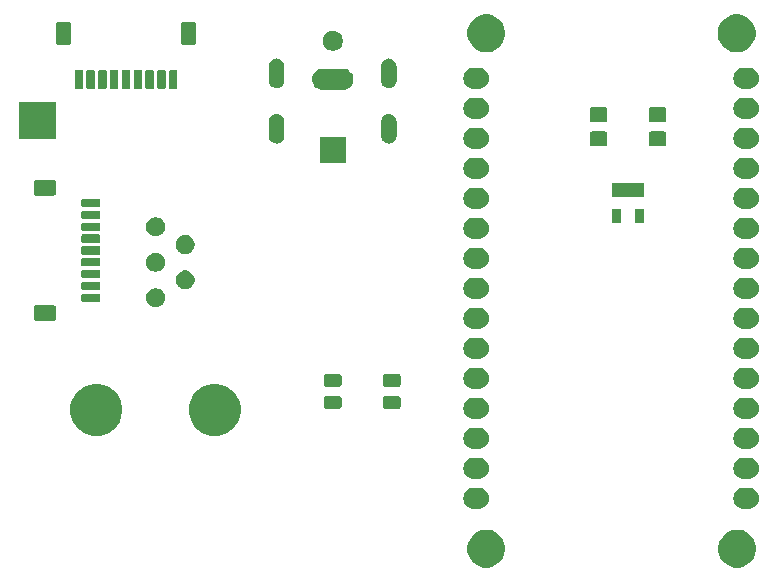
<source format=gbr>
G04 #@! TF.GenerationSoftware,KiCad,Pcbnew,5.1.5-52549c5~84~ubuntu18.04.1*
G04 #@! TF.CreationDate,2020-03-16T02:25:55+00:00*
G04 #@! TF.ProjectId,polariser_drive,706f6c61-7269-4736-9572-5f6472697665,rev?*
G04 #@! TF.SameCoordinates,Original*
G04 #@! TF.FileFunction,Soldermask,Top*
G04 #@! TF.FilePolarity,Negative*
%FSLAX46Y46*%
G04 Gerber Fmt 4.6, Leading zero omitted, Abs format (unit mm)*
G04 Created by KiCad (PCBNEW 5.1.5-52549c5~84~ubuntu18.04.1) date 2020-03-16 02:25:55*
%MOMM*%
%LPD*%
G04 APERTURE LIST*
%ADD10C,0.100000*%
G04 APERTURE END LIST*
D10*
G36*
X109716703Y-72711486D02*
G01*
X110007883Y-72832097D01*
X110269940Y-73007198D01*
X110492802Y-73230060D01*
X110667903Y-73492117D01*
X110788514Y-73783297D01*
X110850000Y-74092412D01*
X110850000Y-74407588D01*
X110788514Y-74716703D01*
X110667903Y-75007883D01*
X110492802Y-75269940D01*
X110269940Y-75492802D01*
X110007883Y-75667903D01*
X109716703Y-75788514D01*
X109407588Y-75850000D01*
X109092412Y-75850000D01*
X108783297Y-75788514D01*
X108492117Y-75667903D01*
X108230060Y-75492802D01*
X108007198Y-75269940D01*
X107832097Y-75007883D01*
X107711486Y-74716703D01*
X107650000Y-74407588D01*
X107650000Y-74092412D01*
X107711486Y-73783297D01*
X107832097Y-73492117D01*
X108007198Y-73230060D01*
X108230060Y-73007198D01*
X108492117Y-72832097D01*
X108783297Y-72711486D01*
X109092412Y-72650000D01*
X109407588Y-72650000D01*
X109716703Y-72711486D01*
G37*
G36*
X88466703Y-72711486D02*
G01*
X88757883Y-72832097D01*
X89019940Y-73007198D01*
X89242802Y-73230060D01*
X89417903Y-73492117D01*
X89538514Y-73783297D01*
X89600000Y-74092412D01*
X89600000Y-74407588D01*
X89538514Y-74716703D01*
X89417903Y-75007883D01*
X89242802Y-75269940D01*
X89019940Y-75492802D01*
X88757883Y-75667903D01*
X88466703Y-75788514D01*
X88157588Y-75850000D01*
X87842412Y-75850000D01*
X87533297Y-75788514D01*
X87242117Y-75667903D01*
X86980060Y-75492802D01*
X86757198Y-75269940D01*
X86582097Y-75007883D01*
X86461486Y-74716703D01*
X86400000Y-74407588D01*
X86400000Y-74092412D01*
X86461486Y-73783297D01*
X86582097Y-73492117D01*
X86757198Y-73230060D01*
X86980060Y-73007198D01*
X87242117Y-72832097D01*
X87533297Y-72711486D01*
X87842412Y-72650000D01*
X88157588Y-72650000D01*
X88466703Y-72711486D01*
G37*
G36*
X87471694Y-69098633D02*
G01*
X87644095Y-69150931D01*
X87802983Y-69235858D01*
X87942249Y-69350151D01*
X88056542Y-69489417D01*
X88141469Y-69648305D01*
X88193767Y-69820706D01*
X88211425Y-70000000D01*
X88193767Y-70179294D01*
X88141469Y-70351695D01*
X88056542Y-70510583D01*
X87942249Y-70649849D01*
X87802983Y-70764142D01*
X87644095Y-70849069D01*
X87471694Y-70901367D01*
X87337331Y-70914600D01*
X86942669Y-70914600D01*
X86808306Y-70901367D01*
X86635905Y-70849069D01*
X86477017Y-70764142D01*
X86337751Y-70649849D01*
X86223458Y-70510583D01*
X86138531Y-70351695D01*
X86086233Y-70179294D01*
X86068575Y-70000000D01*
X86086233Y-69820706D01*
X86138531Y-69648305D01*
X86223458Y-69489417D01*
X86337751Y-69350151D01*
X86477017Y-69235858D01*
X86635905Y-69150931D01*
X86808306Y-69098633D01*
X86942669Y-69085400D01*
X87337331Y-69085400D01*
X87471694Y-69098633D01*
G37*
G36*
X110331694Y-69098633D02*
G01*
X110504095Y-69150931D01*
X110662983Y-69235858D01*
X110802249Y-69350151D01*
X110916542Y-69489417D01*
X111001469Y-69648305D01*
X111053767Y-69820706D01*
X111071425Y-70000000D01*
X111053767Y-70179294D01*
X111001469Y-70351695D01*
X110916542Y-70510583D01*
X110802249Y-70649849D01*
X110662983Y-70764142D01*
X110504095Y-70849069D01*
X110331694Y-70901367D01*
X110197331Y-70914600D01*
X109802669Y-70914600D01*
X109668306Y-70901367D01*
X109495905Y-70849069D01*
X109337017Y-70764142D01*
X109197751Y-70649849D01*
X109083458Y-70510583D01*
X108998531Y-70351695D01*
X108946233Y-70179294D01*
X108928575Y-70000000D01*
X108946233Y-69820706D01*
X108998531Y-69648305D01*
X109083458Y-69489417D01*
X109197751Y-69350151D01*
X109337017Y-69235858D01*
X109495905Y-69150931D01*
X109668306Y-69098633D01*
X109802669Y-69085400D01*
X110197331Y-69085400D01*
X110331694Y-69098633D01*
G37*
G36*
X110331694Y-66558633D02*
G01*
X110504095Y-66610931D01*
X110662983Y-66695858D01*
X110802249Y-66810151D01*
X110916542Y-66949417D01*
X111001469Y-67108305D01*
X111053767Y-67280706D01*
X111071425Y-67460000D01*
X111053767Y-67639294D01*
X111001469Y-67811695D01*
X110916542Y-67970583D01*
X110802249Y-68109849D01*
X110662983Y-68224142D01*
X110504095Y-68309069D01*
X110331694Y-68361367D01*
X110197331Y-68374600D01*
X109802669Y-68374600D01*
X109668306Y-68361367D01*
X109495905Y-68309069D01*
X109337017Y-68224142D01*
X109197751Y-68109849D01*
X109083458Y-67970583D01*
X108998531Y-67811695D01*
X108946233Y-67639294D01*
X108928575Y-67460000D01*
X108946233Y-67280706D01*
X108998531Y-67108305D01*
X109083458Y-66949417D01*
X109197751Y-66810151D01*
X109337017Y-66695858D01*
X109495905Y-66610931D01*
X109668306Y-66558633D01*
X109802669Y-66545400D01*
X110197331Y-66545400D01*
X110331694Y-66558633D01*
G37*
G36*
X87471694Y-66558633D02*
G01*
X87644095Y-66610931D01*
X87802983Y-66695858D01*
X87942249Y-66810151D01*
X88056542Y-66949417D01*
X88141469Y-67108305D01*
X88193767Y-67280706D01*
X88211425Y-67460000D01*
X88193767Y-67639294D01*
X88141469Y-67811695D01*
X88056542Y-67970583D01*
X87942249Y-68109849D01*
X87802983Y-68224142D01*
X87644095Y-68309069D01*
X87471694Y-68361367D01*
X87337331Y-68374600D01*
X86942669Y-68374600D01*
X86808306Y-68361367D01*
X86635905Y-68309069D01*
X86477017Y-68224142D01*
X86337751Y-68109849D01*
X86223458Y-67970583D01*
X86138531Y-67811695D01*
X86086233Y-67639294D01*
X86068575Y-67460000D01*
X86086233Y-67280706D01*
X86138531Y-67108305D01*
X86223458Y-66949417D01*
X86337751Y-66810151D01*
X86477017Y-66695858D01*
X86635905Y-66610931D01*
X86808306Y-66558633D01*
X86942669Y-66545400D01*
X87337331Y-66545400D01*
X87471694Y-66558633D01*
G37*
G36*
X110331694Y-64018633D02*
G01*
X110504095Y-64070931D01*
X110662983Y-64155858D01*
X110802249Y-64270151D01*
X110916542Y-64409417D01*
X111001469Y-64568305D01*
X111053767Y-64740706D01*
X111071425Y-64920000D01*
X111053767Y-65099294D01*
X111001469Y-65271695D01*
X110916542Y-65430583D01*
X110802249Y-65569849D01*
X110662983Y-65684142D01*
X110504095Y-65769069D01*
X110331694Y-65821367D01*
X110197331Y-65834600D01*
X109802669Y-65834600D01*
X109668306Y-65821367D01*
X109495905Y-65769069D01*
X109337017Y-65684142D01*
X109197751Y-65569849D01*
X109083458Y-65430583D01*
X108998531Y-65271695D01*
X108946233Y-65099294D01*
X108928575Y-64920000D01*
X108946233Y-64740706D01*
X108998531Y-64568305D01*
X109083458Y-64409417D01*
X109197751Y-64270151D01*
X109337017Y-64155858D01*
X109495905Y-64070931D01*
X109668306Y-64018633D01*
X109802669Y-64005400D01*
X110197331Y-64005400D01*
X110331694Y-64018633D01*
G37*
G36*
X87471694Y-64018633D02*
G01*
X87644095Y-64070931D01*
X87802983Y-64155858D01*
X87942249Y-64270151D01*
X88056542Y-64409417D01*
X88141469Y-64568305D01*
X88193767Y-64740706D01*
X88211425Y-64920000D01*
X88193767Y-65099294D01*
X88141469Y-65271695D01*
X88056542Y-65430583D01*
X87942249Y-65569849D01*
X87802983Y-65684142D01*
X87644095Y-65769069D01*
X87471694Y-65821367D01*
X87337331Y-65834600D01*
X86942669Y-65834600D01*
X86808306Y-65821367D01*
X86635905Y-65769069D01*
X86477017Y-65684142D01*
X86337751Y-65569849D01*
X86223458Y-65430583D01*
X86138531Y-65271695D01*
X86086233Y-65099294D01*
X86068575Y-64920000D01*
X86086233Y-64740706D01*
X86138531Y-64568305D01*
X86223458Y-64409417D01*
X86337751Y-64270151D01*
X86477017Y-64155858D01*
X86635905Y-64070931D01*
X86808306Y-64018633D01*
X86942669Y-64005400D01*
X87337331Y-64005400D01*
X87471694Y-64018633D01*
G37*
G36*
X65642007Y-60383582D02*
G01*
X66042563Y-60549498D01*
X66042565Y-60549499D01*
X66403056Y-60790371D01*
X66709629Y-61096944D01*
X66910442Y-61397483D01*
X66950502Y-61457437D01*
X67116418Y-61857993D01*
X67201000Y-62283219D01*
X67201000Y-62716781D01*
X67116418Y-63142007D01*
X66950502Y-63542563D01*
X66950501Y-63542565D01*
X66709629Y-63903056D01*
X66403056Y-64209629D01*
X66042565Y-64450501D01*
X66042564Y-64450502D01*
X66042563Y-64450502D01*
X65642007Y-64616418D01*
X65216781Y-64701000D01*
X64783219Y-64701000D01*
X64357993Y-64616418D01*
X63957437Y-64450502D01*
X63957436Y-64450502D01*
X63957435Y-64450501D01*
X63596944Y-64209629D01*
X63290371Y-63903056D01*
X63049499Y-63542565D01*
X63049498Y-63542563D01*
X62883582Y-63142007D01*
X62799000Y-62716781D01*
X62799000Y-62283219D01*
X62883582Y-61857993D01*
X63049498Y-61457437D01*
X63089558Y-61397483D01*
X63290371Y-61096944D01*
X63596944Y-60790371D01*
X63957435Y-60549499D01*
X63957437Y-60549498D01*
X64357993Y-60383582D01*
X64783219Y-60299000D01*
X65216781Y-60299000D01*
X65642007Y-60383582D01*
G37*
G36*
X55642007Y-60383582D02*
G01*
X56042563Y-60549498D01*
X56042565Y-60549499D01*
X56403056Y-60790371D01*
X56709629Y-61096944D01*
X56910442Y-61397483D01*
X56950502Y-61457437D01*
X57116418Y-61857993D01*
X57201000Y-62283219D01*
X57201000Y-62716781D01*
X57116418Y-63142007D01*
X56950502Y-63542563D01*
X56950501Y-63542565D01*
X56709629Y-63903056D01*
X56403056Y-64209629D01*
X56042565Y-64450501D01*
X56042564Y-64450502D01*
X56042563Y-64450502D01*
X55642007Y-64616418D01*
X55216781Y-64701000D01*
X54783219Y-64701000D01*
X54357993Y-64616418D01*
X53957437Y-64450502D01*
X53957436Y-64450502D01*
X53957435Y-64450501D01*
X53596944Y-64209629D01*
X53290371Y-63903056D01*
X53049499Y-63542565D01*
X53049498Y-63542563D01*
X52883582Y-63142007D01*
X52799000Y-62716781D01*
X52799000Y-62283219D01*
X52883582Y-61857993D01*
X53049498Y-61457437D01*
X53089558Y-61397483D01*
X53290371Y-61096944D01*
X53596944Y-60790371D01*
X53957435Y-60549499D01*
X53957437Y-60549498D01*
X54357993Y-60383582D01*
X54783219Y-60299000D01*
X55216781Y-60299000D01*
X55642007Y-60383582D01*
G37*
G36*
X87471694Y-61478633D02*
G01*
X87644095Y-61530931D01*
X87802983Y-61615858D01*
X87942249Y-61730151D01*
X88056542Y-61869417D01*
X88141469Y-62028305D01*
X88193767Y-62200706D01*
X88211425Y-62380000D01*
X88193767Y-62559294D01*
X88141469Y-62731695D01*
X88056542Y-62890583D01*
X87942249Y-63029849D01*
X87802983Y-63144142D01*
X87644095Y-63229069D01*
X87471694Y-63281367D01*
X87337331Y-63294600D01*
X86942669Y-63294600D01*
X86808306Y-63281367D01*
X86635905Y-63229069D01*
X86477017Y-63144142D01*
X86337751Y-63029849D01*
X86223458Y-62890583D01*
X86138531Y-62731695D01*
X86086233Y-62559294D01*
X86068575Y-62380000D01*
X86086233Y-62200706D01*
X86138531Y-62028305D01*
X86223458Y-61869417D01*
X86337751Y-61730151D01*
X86477017Y-61615858D01*
X86635905Y-61530931D01*
X86808306Y-61478633D01*
X86942669Y-61465400D01*
X87337331Y-61465400D01*
X87471694Y-61478633D01*
G37*
G36*
X110331694Y-61478633D02*
G01*
X110504095Y-61530931D01*
X110662983Y-61615858D01*
X110802249Y-61730151D01*
X110916542Y-61869417D01*
X111001469Y-62028305D01*
X111053767Y-62200706D01*
X111071425Y-62380000D01*
X111053767Y-62559294D01*
X111001469Y-62731695D01*
X110916542Y-62890583D01*
X110802249Y-63029849D01*
X110662983Y-63144142D01*
X110504095Y-63229069D01*
X110331694Y-63281367D01*
X110197331Y-63294600D01*
X109802669Y-63294600D01*
X109668306Y-63281367D01*
X109495905Y-63229069D01*
X109337017Y-63144142D01*
X109197751Y-63029849D01*
X109083458Y-62890583D01*
X108998531Y-62731695D01*
X108946233Y-62559294D01*
X108928575Y-62380000D01*
X108946233Y-62200706D01*
X108998531Y-62028305D01*
X109083458Y-61869417D01*
X109197751Y-61730151D01*
X109337017Y-61615858D01*
X109495905Y-61530931D01*
X109668306Y-61478633D01*
X109802669Y-61465400D01*
X110197331Y-61465400D01*
X110331694Y-61478633D01*
G37*
G36*
X75584468Y-61341065D02*
G01*
X75623138Y-61352796D01*
X75658777Y-61371846D01*
X75690017Y-61397483D01*
X75715654Y-61428723D01*
X75734704Y-61464362D01*
X75746435Y-61503032D01*
X75751000Y-61549388D01*
X75751000Y-62200612D01*
X75746435Y-62246968D01*
X75734704Y-62285638D01*
X75715654Y-62321277D01*
X75690017Y-62352517D01*
X75658777Y-62378154D01*
X75623138Y-62397204D01*
X75584468Y-62408935D01*
X75538112Y-62413500D01*
X74461888Y-62413500D01*
X74415532Y-62408935D01*
X74376862Y-62397204D01*
X74341223Y-62378154D01*
X74309983Y-62352517D01*
X74284346Y-62321277D01*
X74265296Y-62285638D01*
X74253565Y-62246968D01*
X74249000Y-62200612D01*
X74249000Y-61549388D01*
X74253565Y-61503032D01*
X74265296Y-61464362D01*
X74284346Y-61428723D01*
X74309983Y-61397483D01*
X74341223Y-61371846D01*
X74376862Y-61352796D01*
X74415532Y-61341065D01*
X74461888Y-61336500D01*
X75538112Y-61336500D01*
X75584468Y-61341065D01*
G37*
G36*
X80584468Y-61341065D02*
G01*
X80623138Y-61352796D01*
X80658777Y-61371846D01*
X80690017Y-61397483D01*
X80715654Y-61428723D01*
X80734704Y-61464362D01*
X80746435Y-61503032D01*
X80751000Y-61549388D01*
X80751000Y-62200612D01*
X80746435Y-62246968D01*
X80734704Y-62285638D01*
X80715654Y-62321277D01*
X80690017Y-62352517D01*
X80658777Y-62378154D01*
X80623138Y-62397204D01*
X80584468Y-62408935D01*
X80538112Y-62413500D01*
X79461888Y-62413500D01*
X79415532Y-62408935D01*
X79376862Y-62397204D01*
X79341223Y-62378154D01*
X79309983Y-62352517D01*
X79284346Y-62321277D01*
X79265296Y-62285638D01*
X79253565Y-62246968D01*
X79249000Y-62200612D01*
X79249000Y-61549388D01*
X79253565Y-61503032D01*
X79265296Y-61464362D01*
X79284346Y-61428723D01*
X79309983Y-61397483D01*
X79341223Y-61371846D01*
X79376862Y-61352796D01*
X79415532Y-61341065D01*
X79461888Y-61336500D01*
X80538112Y-61336500D01*
X80584468Y-61341065D01*
G37*
G36*
X87471694Y-58938633D02*
G01*
X87644095Y-58990931D01*
X87802983Y-59075858D01*
X87942249Y-59190151D01*
X88056542Y-59329417D01*
X88141469Y-59488305D01*
X88193767Y-59660706D01*
X88211425Y-59840000D01*
X88193767Y-60019294D01*
X88141469Y-60191695D01*
X88056542Y-60350583D01*
X87942249Y-60489849D01*
X87802983Y-60604142D01*
X87644095Y-60689069D01*
X87471694Y-60741367D01*
X87337331Y-60754600D01*
X86942669Y-60754600D01*
X86808306Y-60741367D01*
X86635905Y-60689069D01*
X86477017Y-60604142D01*
X86337751Y-60489849D01*
X86223458Y-60350583D01*
X86138531Y-60191695D01*
X86086233Y-60019294D01*
X86068575Y-59840000D01*
X86086233Y-59660706D01*
X86138531Y-59488305D01*
X86223458Y-59329417D01*
X86337751Y-59190151D01*
X86477017Y-59075858D01*
X86635905Y-58990931D01*
X86808306Y-58938633D01*
X86942669Y-58925400D01*
X87337331Y-58925400D01*
X87471694Y-58938633D01*
G37*
G36*
X110331694Y-58938633D02*
G01*
X110504095Y-58990931D01*
X110662983Y-59075858D01*
X110802249Y-59190151D01*
X110916542Y-59329417D01*
X111001469Y-59488305D01*
X111053767Y-59660706D01*
X111071425Y-59840000D01*
X111053767Y-60019294D01*
X111001469Y-60191695D01*
X110916542Y-60350583D01*
X110802249Y-60489849D01*
X110662983Y-60604142D01*
X110504095Y-60689069D01*
X110331694Y-60741367D01*
X110197331Y-60754600D01*
X109802669Y-60754600D01*
X109668306Y-60741367D01*
X109495905Y-60689069D01*
X109337017Y-60604142D01*
X109197751Y-60489849D01*
X109083458Y-60350583D01*
X108998531Y-60191695D01*
X108946233Y-60019294D01*
X108928575Y-59840000D01*
X108946233Y-59660706D01*
X108998531Y-59488305D01*
X109083458Y-59329417D01*
X109197751Y-59190151D01*
X109337017Y-59075858D01*
X109495905Y-58990931D01*
X109668306Y-58938633D01*
X109802669Y-58925400D01*
X110197331Y-58925400D01*
X110331694Y-58938633D01*
G37*
G36*
X80584468Y-59466065D02*
G01*
X80623138Y-59477796D01*
X80658777Y-59496846D01*
X80690017Y-59522483D01*
X80715654Y-59553723D01*
X80734704Y-59589362D01*
X80746435Y-59628032D01*
X80751000Y-59674388D01*
X80751000Y-60325612D01*
X80746435Y-60371968D01*
X80734704Y-60410638D01*
X80715654Y-60446277D01*
X80690017Y-60477517D01*
X80658777Y-60503154D01*
X80623138Y-60522204D01*
X80584468Y-60533935D01*
X80538112Y-60538500D01*
X79461888Y-60538500D01*
X79415532Y-60533935D01*
X79376862Y-60522204D01*
X79341223Y-60503154D01*
X79309983Y-60477517D01*
X79284346Y-60446277D01*
X79265296Y-60410638D01*
X79253565Y-60371968D01*
X79249000Y-60325612D01*
X79249000Y-59674388D01*
X79253565Y-59628032D01*
X79265296Y-59589362D01*
X79284346Y-59553723D01*
X79309983Y-59522483D01*
X79341223Y-59496846D01*
X79376862Y-59477796D01*
X79415532Y-59466065D01*
X79461888Y-59461500D01*
X80538112Y-59461500D01*
X80584468Y-59466065D01*
G37*
G36*
X75584468Y-59466065D02*
G01*
X75623138Y-59477796D01*
X75658777Y-59496846D01*
X75690017Y-59522483D01*
X75715654Y-59553723D01*
X75734704Y-59589362D01*
X75746435Y-59628032D01*
X75751000Y-59674388D01*
X75751000Y-60325612D01*
X75746435Y-60371968D01*
X75734704Y-60410638D01*
X75715654Y-60446277D01*
X75690017Y-60477517D01*
X75658777Y-60503154D01*
X75623138Y-60522204D01*
X75584468Y-60533935D01*
X75538112Y-60538500D01*
X74461888Y-60538500D01*
X74415532Y-60533935D01*
X74376862Y-60522204D01*
X74341223Y-60503154D01*
X74309983Y-60477517D01*
X74284346Y-60446277D01*
X74265296Y-60410638D01*
X74253565Y-60371968D01*
X74249000Y-60325612D01*
X74249000Y-59674388D01*
X74253565Y-59628032D01*
X74265296Y-59589362D01*
X74284346Y-59553723D01*
X74309983Y-59522483D01*
X74341223Y-59496846D01*
X74376862Y-59477796D01*
X74415532Y-59466065D01*
X74461888Y-59461500D01*
X75538112Y-59461500D01*
X75584468Y-59466065D01*
G37*
G36*
X110331694Y-56398633D02*
G01*
X110504095Y-56450931D01*
X110662983Y-56535858D01*
X110802249Y-56650151D01*
X110916542Y-56789417D01*
X111001469Y-56948305D01*
X111053767Y-57120706D01*
X111071425Y-57300000D01*
X111053767Y-57479294D01*
X111001469Y-57651695D01*
X110916542Y-57810583D01*
X110802249Y-57949849D01*
X110662983Y-58064142D01*
X110504095Y-58149069D01*
X110331694Y-58201367D01*
X110197331Y-58214600D01*
X109802669Y-58214600D01*
X109668306Y-58201367D01*
X109495905Y-58149069D01*
X109337017Y-58064142D01*
X109197751Y-57949849D01*
X109083458Y-57810583D01*
X108998531Y-57651695D01*
X108946233Y-57479294D01*
X108928575Y-57300000D01*
X108946233Y-57120706D01*
X108998531Y-56948305D01*
X109083458Y-56789417D01*
X109197751Y-56650151D01*
X109337017Y-56535858D01*
X109495905Y-56450931D01*
X109668306Y-56398633D01*
X109802669Y-56385400D01*
X110197331Y-56385400D01*
X110331694Y-56398633D01*
G37*
G36*
X87471694Y-56398633D02*
G01*
X87644095Y-56450931D01*
X87802983Y-56535858D01*
X87942249Y-56650151D01*
X88056542Y-56789417D01*
X88141469Y-56948305D01*
X88193767Y-57120706D01*
X88211425Y-57300000D01*
X88193767Y-57479294D01*
X88141469Y-57651695D01*
X88056542Y-57810583D01*
X87942249Y-57949849D01*
X87802983Y-58064142D01*
X87644095Y-58149069D01*
X87471694Y-58201367D01*
X87337331Y-58214600D01*
X86942669Y-58214600D01*
X86808306Y-58201367D01*
X86635905Y-58149069D01*
X86477017Y-58064142D01*
X86337751Y-57949849D01*
X86223458Y-57810583D01*
X86138531Y-57651695D01*
X86086233Y-57479294D01*
X86068575Y-57300000D01*
X86086233Y-57120706D01*
X86138531Y-56948305D01*
X86223458Y-56789417D01*
X86337751Y-56650151D01*
X86477017Y-56535858D01*
X86635905Y-56450931D01*
X86808306Y-56398633D01*
X86942669Y-56385400D01*
X87337331Y-56385400D01*
X87471694Y-56398633D01*
G37*
G36*
X110331694Y-53858633D02*
G01*
X110504095Y-53910931D01*
X110662983Y-53995858D01*
X110802249Y-54110151D01*
X110916542Y-54249417D01*
X111001469Y-54408305D01*
X111053767Y-54580706D01*
X111071425Y-54760000D01*
X111053767Y-54939294D01*
X111001469Y-55111695D01*
X110916542Y-55270583D01*
X110802249Y-55409849D01*
X110662983Y-55524142D01*
X110504095Y-55609069D01*
X110331694Y-55661367D01*
X110197331Y-55674600D01*
X109802669Y-55674600D01*
X109668306Y-55661367D01*
X109495905Y-55609069D01*
X109337017Y-55524142D01*
X109197751Y-55409849D01*
X109083458Y-55270583D01*
X108998531Y-55111695D01*
X108946233Y-54939294D01*
X108928575Y-54760000D01*
X108946233Y-54580706D01*
X108998531Y-54408305D01*
X109083458Y-54249417D01*
X109197751Y-54110151D01*
X109337017Y-53995858D01*
X109495905Y-53910931D01*
X109668306Y-53858633D01*
X109802669Y-53845400D01*
X110197331Y-53845400D01*
X110331694Y-53858633D01*
G37*
G36*
X87471694Y-53858633D02*
G01*
X87644095Y-53910931D01*
X87802983Y-53995858D01*
X87942249Y-54110151D01*
X88056542Y-54249417D01*
X88141469Y-54408305D01*
X88193767Y-54580706D01*
X88211425Y-54760000D01*
X88193767Y-54939294D01*
X88141469Y-55111695D01*
X88056542Y-55270583D01*
X87942249Y-55409849D01*
X87802983Y-55524142D01*
X87644095Y-55609069D01*
X87471694Y-55661367D01*
X87337331Y-55674600D01*
X86942669Y-55674600D01*
X86808306Y-55661367D01*
X86635905Y-55609069D01*
X86477017Y-55524142D01*
X86337751Y-55409849D01*
X86223458Y-55270583D01*
X86138531Y-55111695D01*
X86086233Y-54939294D01*
X86068575Y-54760000D01*
X86086233Y-54580706D01*
X86138531Y-54408305D01*
X86223458Y-54249417D01*
X86337751Y-54110151D01*
X86477017Y-53995858D01*
X86635905Y-53910931D01*
X86808306Y-53858633D01*
X86942669Y-53845400D01*
X87337331Y-53845400D01*
X87471694Y-53858633D01*
G37*
G36*
X51416242Y-53653404D02*
G01*
X51453337Y-53664657D01*
X51487515Y-53682925D01*
X51517481Y-53707519D01*
X51542075Y-53737485D01*
X51560343Y-53771663D01*
X51571596Y-53808758D01*
X51576000Y-53853474D01*
X51576000Y-54746526D01*
X51571596Y-54791242D01*
X51560343Y-54828337D01*
X51542075Y-54862515D01*
X51517481Y-54892481D01*
X51487515Y-54917075D01*
X51453337Y-54935343D01*
X51416242Y-54946596D01*
X51371526Y-54951000D01*
X49878474Y-54951000D01*
X49833758Y-54946596D01*
X49796663Y-54935343D01*
X49762485Y-54917075D01*
X49732519Y-54892481D01*
X49707925Y-54862515D01*
X49689657Y-54828337D01*
X49678404Y-54791242D01*
X49674000Y-54746526D01*
X49674000Y-53853474D01*
X49678404Y-53808758D01*
X49689657Y-53771663D01*
X49707925Y-53737485D01*
X49732519Y-53707519D01*
X49762485Y-53682925D01*
X49796663Y-53664657D01*
X49833758Y-53653404D01*
X49878474Y-53649000D01*
X51371526Y-53649000D01*
X51416242Y-53653404D01*
G37*
G36*
X60233642Y-52229781D02*
G01*
X60379414Y-52290162D01*
X60379416Y-52290163D01*
X60510608Y-52377822D01*
X60622178Y-52489392D01*
X60677171Y-52571696D01*
X60709838Y-52620586D01*
X60770219Y-52766358D01*
X60801000Y-52921107D01*
X60801000Y-53078893D01*
X60770219Y-53233642D01*
X60709838Y-53379414D01*
X60709837Y-53379416D01*
X60622178Y-53510608D01*
X60510608Y-53622178D01*
X60379416Y-53709837D01*
X60379415Y-53709838D01*
X60379414Y-53709838D01*
X60233642Y-53770219D01*
X60078893Y-53801000D01*
X59921107Y-53801000D01*
X59766358Y-53770219D01*
X59620586Y-53709838D01*
X59620585Y-53709838D01*
X59620584Y-53709837D01*
X59489392Y-53622178D01*
X59377822Y-53510608D01*
X59290163Y-53379416D01*
X59290162Y-53379414D01*
X59229781Y-53233642D01*
X59199000Y-53078893D01*
X59199000Y-52921107D01*
X59229781Y-52766358D01*
X59290162Y-52620586D01*
X59322829Y-52571696D01*
X59377822Y-52489392D01*
X59489392Y-52377822D01*
X59620584Y-52290163D01*
X59620586Y-52290162D01*
X59766358Y-52229781D01*
X59921107Y-52199000D01*
X60078893Y-52199000D01*
X60233642Y-52229781D01*
G37*
G36*
X55234928Y-52651764D02*
G01*
X55256009Y-52658160D01*
X55275445Y-52668548D01*
X55292476Y-52682524D01*
X55306452Y-52699555D01*
X55316840Y-52718991D01*
X55323236Y-52740072D01*
X55326000Y-52768140D01*
X55326000Y-53231860D01*
X55323236Y-53259928D01*
X55316840Y-53281009D01*
X55306452Y-53300445D01*
X55292476Y-53317476D01*
X55275445Y-53331452D01*
X55256009Y-53341840D01*
X55234928Y-53348236D01*
X55206860Y-53351000D01*
X53843140Y-53351000D01*
X53815072Y-53348236D01*
X53793991Y-53341840D01*
X53774555Y-53331452D01*
X53757524Y-53317476D01*
X53743548Y-53300445D01*
X53733160Y-53281009D01*
X53726764Y-53259928D01*
X53724000Y-53231860D01*
X53724000Y-52768140D01*
X53726764Y-52740072D01*
X53733160Y-52718991D01*
X53743548Y-52699555D01*
X53757524Y-52682524D01*
X53774555Y-52668548D01*
X53793991Y-52658160D01*
X53815072Y-52651764D01*
X53843140Y-52649000D01*
X55206860Y-52649000D01*
X55234928Y-52651764D01*
G37*
G36*
X87471694Y-51318633D02*
G01*
X87644095Y-51370931D01*
X87802983Y-51455858D01*
X87942249Y-51570151D01*
X88056542Y-51709417D01*
X88141469Y-51868305D01*
X88193767Y-52040706D01*
X88211425Y-52220000D01*
X88193767Y-52399294D01*
X88141469Y-52571695D01*
X88056542Y-52730583D01*
X87942249Y-52869849D01*
X87802983Y-52984142D01*
X87644095Y-53069069D01*
X87471694Y-53121367D01*
X87337331Y-53134600D01*
X86942669Y-53134600D01*
X86808306Y-53121367D01*
X86635905Y-53069069D01*
X86477017Y-52984142D01*
X86337751Y-52869849D01*
X86223458Y-52730583D01*
X86138531Y-52571695D01*
X86086233Y-52399294D01*
X86068575Y-52220000D01*
X86086233Y-52040706D01*
X86138531Y-51868305D01*
X86223458Y-51709417D01*
X86337751Y-51570151D01*
X86477017Y-51455858D01*
X86635905Y-51370931D01*
X86808306Y-51318633D01*
X86942669Y-51305400D01*
X87337331Y-51305400D01*
X87471694Y-51318633D01*
G37*
G36*
X110331694Y-51318633D02*
G01*
X110504095Y-51370931D01*
X110662983Y-51455858D01*
X110802249Y-51570151D01*
X110916542Y-51709417D01*
X111001469Y-51868305D01*
X111053767Y-52040706D01*
X111071425Y-52220000D01*
X111053767Y-52399294D01*
X111001469Y-52571695D01*
X110916542Y-52730583D01*
X110802249Y-52869849D01*
X110662983Y-52984142D01*
X110504095Y-53069069D01*
X110331694Y-53121367D01*
X110197331Y-53134600D01*
X109802669Y-53134600D01*
X109668306Y-53121367D01*
X109495905Y-53069069D01*
X109337017Y-52984142D01*
X109197751Y-52869849D01*
X109083458Y-52730583D01*
X108998531Y-52571695D01*
X108946233Y-52399294D01*
X108928575Y-52220000D01*
X108946233Y-52040706D01*
X108998531Y-51868305D01*
X109083458Y-51709417D01*
X109197751Y-51570151D01*
X109337017Y-51455858D01*
X109495905Y-51370931D01*
X109668306Y-51318633D01*
X109802669Y-51305400D01*
X110197331Y-51305400D01*
X110331694Y-51318633D01*
G37*
G36*
X55234928Y-51651764D02*
G01*
X55256009Y-51658160D01*
X55275445Y-51668548D01*
X55292476Y-51682524D01*
X55306452Y-51699555D01*
X55316840Y-51718991D01*
X55323236Y-51740072D01*
X55326000Y-51768140D01*
X55326000Y-52231860D01*
X55323236Y-52259928D01*
X55316840Y-52281009D01*
X55306452Y-52300445D01*
X55292476Y-52317476D01*
X55275445Y-52331452D01*
X55256009Y-52341840D01*
X55234928Y-52348236D01*
X55206860Y-52351000D01*
X53843140Y-52351000D01*
X53815072Y-52348236D01*
X53793991Y-52341840D01*
X53774555Y-52331452D01*
X53757524Y-52317476D01*
X53743548Y-52300445D01*
X53733160Y-52281009D01*
X53726764Y-52259928D01*
X53724000Y-52231860D01*
X53724000Y-51768140D01*
X53726764Y-51740072D01*
X53733160Y-51718991D01*
X53743548Y-51699555D01*
X53757524Y-51682524D01*
X53774555Y-51668548D01*
X53793991Y-51658160D01*
X53815072Y-51651764D01*
X53843140Y-51649000D01*
X55206860Y-51649000D01*
X55234928Y-51651764D01*
G37*
G36*
X62733642Y-50729781D02*
G01*
X62879414Y-50790162D01*
X62879416Y-50790163D01*
X63010608Y-50877822D01*
X63122178Y-50989392D01*
X63209837Y-51120584D01*
X63209838Y-51120586D01*
X63270219Y-51266358D01*
X63301000Y-51421107D01*
X63301000Y-51578893D01*
X63270219Y-51733642D01*
X63209838Y-51879414D01*
X63209837Y-51879416D01*
X63122178Y-52010608D01*
X63010608Y-52122178D01*
X62879416Y-52209837D01*
X62879415Y-52209838D01*
X62879414Y-52209838D01*
X62733642Y-52270219D01*
X62578893Y-52301000D01*
X62421107Y-52301000D01*
X62266358Y-52270219D01*
X62120586Y-52209838D01*
X62120585Y-52209838D01*
X62120584Y-52209837D01*
X61989392Y-52122178D01*
X61877822Y-52010608D01*
X61790163Y-51879416D01*
X61790162Y-51879414D01*
X61729781Y-51733642D01*
X61699000Y-51578893D01*
X61699000Y-51421107D01*
X61729781Y-51266358D01*
X61790162Y-51120586D01*
X61790163Y-51120584D01*
X61877822Y-50989392D01*
X61989392Y-50877822D01*
X62120584Y-50790163D01*
X62120586Y-50790162D01*
X62266358Y-50729781D01*
X62421107Y-50699000D01*
X62578893Y-50699000D01*
X62733642Y-50729781D01*
G37*
G36*
X55234928Y-50651764D02*
G01*
X55256009Y-50658160D01*
X55275445Y-50668548D01*
X55292476Y-50682524D01*
X55306452Y-50699555D01*
X55316840Y-50718991D01*
X55323236Y-50740072D01*
X55326000Y-50768140D01*
X55326000Y-51231860D01*
X55323236Y-51259928D01*
X55316840Y-51281009D01*
X55306452Y-51300445D01*
X55292476Y-51317476D01*
X55275445Y-51331452D01*
X55256009Y-51341840D01*
X55234928Y-51348236D01*
X55206860Y-51351000D01*
X53843140Y-51351000D01*
X53815072Y-51348236D01*
X53793991Y-51341840D01*
X53774555Y-51331452D01*
X53757524Y-51317476D01*
X53743548Y-51300445D01*
X53733160Y-51281009D01*
X53726764Y-51259928D01*
X53724000Y-51231860D01*
X53724000Y-50768140D01*
X53726764Y-50740072D01*
X53733160Y-50718991D01*
X53743548Y-50699555D01*
X53757524Y-50682524D01*
X53774555Y-50668548D01*
X53793991Y-50658160D01*
X53815072Y-50651764D01*
X53843140Y-50649000D01*
X55206860Y-50649000D01*
X55234928Y-50651764D01*
G37*
G36*
X60233642Y-49229781D02*
G01*
X60379414Y-49290162D01*
X60379416Y-49290163D01*
X60510608Y-49377822D01*
X60622178Y-49489392D01*
X60629738Y-49500707D01*
X60709838Y-49620586D01*
X60770219Y-49766358D01*
X60801000Y-49921107D01*
X60801000Y-50078893D01*
X60770219Y-50233642D01*
X60709838Y-50379414D01*
X60709837Y-50379416D01*
X60622178Y-50510608D01*
X60510608Y-50622178D01*
X60379416Y-50709837D01*
X60379415Y-50709838D01*
X60379414Y-50709838D01*
X60233642Y-50770219D01*
X60078893Y-50801000D01*
X59921107Y-50801000D01*
X59766358Y-50770219D01*
X59620586Y-50709838D01*
X59620585Y-50709838D01*
X59620584Y-50709837D01*
X59489392Y-50622178D01*
X59377822Y-50510608D01*
X59290163Y-50379416D01*
X59290162Y-50379414D01*
X59229781Y-50233642D01*
X59199000Y-50078893D01*
X59199000Y-49921107D01*
X59229781Y-49766358D01*
X59290162Y-49620586D01*
X59370262Y-49500707D01*
X59377822Y-49489392D01*
X59489392Y-49377822D01*
X59620584Y-49290163D01*
X59620586Y-49290162D01*
X59766358Y-49229781D01*
X59921107Y-49199000D01*
X60078893Y-49199000D01*
X60233642Y-49229781D01*
G37*
G36*
X110331694Y-48778633D02*
G01*
X110504095Y-48830931D01*
X110662983Y-48915858D01*
X110802249Y-49030151D01*
X110916542Y-49169417D01*
X111001469Y-49328305D01*
X111053767Y-49500706D01*
X111071425Y-49680000D01*
X111053767Y-49859294D01*
X111001469Y-50031695D01*
X110916542Y-50190583D01*
X110802249Y-50329849D01*
X110662983Y-50444142D01*
X110504095Y-50529069D01*
X110331694Y-50581367D01*
X110197331Y-50594600D01*
X109802669Y-50594600D01*
X109668306Y-50581367D01*
X109495905Y-50529069D01*
X109337017Y-50444142D01*
X109197751Y-50329849D01*
X109083458Y-50190583D01*
X108998531Y-50031695D01*
X108946233Y-49859294D01*
X108928575Y-49680000D01*
X108946233Y-49500706D01*
X108998531Y-49328305D01*
X109083458Y-49169417D01*
X109197751Y-49030151D01*
X109337017Y-48915858D01*
X109495905Y-48830931D01*
X109668306Y-48778633D01*
X109802669Y-48765400D01*
X110197331Y-48765400D01*
X110331694Y-48778633D01*
G37*
G36*
X87471694Y-48778633D02*
G01*
X87644095Y-48830931D01*
X87802983Y-48915858D01*
X87942249Y-49030151D01*
X88056542Y-49169417D01*
X88141469Y-49328305D01*
X88193767Y-49500706D01*
X88211425Y-49680000D01*
X88193767Y-49859294D01*
X88141469Y-50031695D01*
X88056542Y-50190583D01*
X87942249Y-50329849D01*
X87802983Y-50444142D01*
X87644095Y-50529069D01*
X87471694Y-50581367D01*
X87337331Y-50594600D01*
X86942669Y-50594600D01*
X86808306Y-50581367D01*
X86635905Y-50529069D01*
X86477017Y-50444142D01*
X86337751Y-50329849D01*
X86223458Y-50190583D01*
X86138531Y-50031695D01*
X86086233Y-49859294D01*
X86068575Y-49680000D01*
X86086233Y-49500706D01*
X86138531Y-49328305D01*
X86223458Y-49169417D01*
X86337751Y-49030151D01*
X86477017Y-48915858D01*
X86635905Y-48830931D01*
X86808306Y-48778633D01*
X86942669Y-48765400D01*
X87337331Y-48765400D01*
X87471694Y-48778633D01*
G37*
G36*
X55234928Y-49651764D02*
G01*
X55256009Y-49658160D01*
X55275445Y-49668548D01*
X55292476Y-49682524D01*
X55306452Y-49699555D01*
X55316840Y-49718991D01*
X55323236Y-49740072D01*
X55326000Y-49768140D01*
X55326000Y-50231860D01*
X55323236Y-50259928D01*
X55316840Y-50281009D01*
X55306452Y-50300445D01*
X55292476Y-50317476D01*
X55275445Y-50331452D01*
X55256009Y-50341840D01*
X55234928Y-50348236D01*
X55206860Y-50351000D01*
X53843140Y-50351000D01*
X53815072Y-50348236D01*
X53793991Y-50341840D01*
X53774555Y-50331452D01*
X53757524Y-50317476D01*
X53743548Y-50300445D01*
X53733160Y-50281009D01*
X53726764Y-50259928D01*
X53724000Y-50231860D01*
X53724000Y-49768140D01*
X53726764Y-49740072D01*
X53733160Y-49718991D01*
X53743548Y-49699555D01*
X53757524Y-49682524D01*
X53774555Y-49668548D01*
X53793991Y-49658160D01*
X53815072Y-49651764D01*
X53843140Y-49649000D01*
X55206860Y-49649000D01*
X55234928Y-49651764D01*
G37*
G36*
X55234928Y-48651764D02*
G01*
X55256009Y-48658160D01*
X55275445Y-48668548D01*
X55292476Y-48682524D01*
X55306452Y-48699555D01*
X55316840Y-48718991D01*
X55323236Y-48740072D01*
X55326000Y-48768140D01*
X55326000Y-49231860D01*
X55323236Y-49259928D01*
X55316840Y-49281009D01*
X55306452Y-49300445D01*
X55292476Y-49317476D01*
X55275445Y-49331452D01*
X55256009Y-49341840D01*
X55234928Y-49348236D01*
X55206860Y-49351000D01*
X53843140Y-49351000D01*
X53815072Y-49348236D01*
X53793991Y-49341840D01*
X53774555Y-49331452D01*
X53757524Y-49317476D01*
X53743548Y-49300445D01*
X53733160Y-49281009D01*
X53726764Y-49259928D01*
X53724000Y-49231860D01*
X53724000Y-48768140D01*
X53726764Y-48740072D01*
X53733160Y-48718991D01*
X53743548Y-48699555D01*
X53757524Y-48682524D01*
X53774555Y-48668548D01*
X53793991Y-48658160D01*
X53815072Y-48651764D01*
X53843140Y-48649000D01*
X55206860Y-48649000D01*
X55234928Y-48651764D01*
G37*
G36*
X62733642Y-47729781D02*
G01*
X62878658Y-47789849D01*
X62879416Y-47790163D01*
X63010608Y-47877822D01*
X63122178Y-47989392D01*
X63156906Y-48041367D01*
X63209838Y-48120586D01*
X63270219Y-48266358D01*
X63301000Y-48421107D01*
X63301000Y-48578893D01*
X63270219Y-48733642D01*
X63246766Y-48790262D01*
X63209837Y-48879416D01*
X63122178Y-49010608D01*
X63010608Y-49122178D01*
X62879416Y-49209837D01*
X62879415Y-49209838D01*
X62879414Y-49209838D01*
X62733642Y-49270219D01*
X62578893Y-49301000D01*
X62421107Y-49301000D01*
X62266358Y-49270219D01*
X62120586Y-49209838D01*
X62120585Y-49209838D01*
X62120584Y-49209837D01*
X61989392Y-49122178D01*
X61877822Y-49010608D01*
X61790163Y-48879416D01*
X61753234Y-48790262D01*
X61729781Y-48733642D01*
X61699000Y-48578893D01*
X61699000Y-48421107D01*
X61729781Y-48266358D01*
X61790162Y-48120586D01*
X61843094Y-48041367D01*
X61877822Y-47989392D01*
X61989392Y-47877822D01*
X62120584Y-47790163D01*
X62121342Y-47789849D01*
X62266358Y-47729781D01*
X62421107Y-47699000D01*
X62578893Y-47699000D01*
X62733642Y-47729781D01*
G37*
G36*
X55234928Y-47651764D02*
G01*
X55256009Y-47658160D01*
X55275445Y-47668548D01*
X55292476Y-47682524D01*
X55306452Y-47699555D01*
X55316840Y-47718991D01*
X55323236Y-47740072D01*
X55326000Y-47768140D01*
X55326000Y-48231860D01*
X55323236Y-48259928D01*
X55316840Y-48281009D01*
X55306452Y-48300445D01*
X55292476Y-48317476D01*
X55275445Y-48331452D01*
X55256009Y-48341840D01*
X55234928Y-48348236D01*
X55206860Y-48351000D01*
X53843140Y-48351000D01*
X53815072Y-48348236D01*
X53793991Y-48341840D01*
X53774555Y-48331452D01*
X53757524Y-48317476D01*
X53743548Y-48300445D01*
X53733160Y-48281009D01*
X53726764Y-48259928D01*
X53724000Y-48231860D01*
X53724000Y-47768140D01*
X53726764Y-47740072D01*
X53733160Y-47718991D01*
X53743548Y-47699555D01*
X53757524Y-47682524D01*
X53774555Y-47668548D01*
X53793991Y-47658160D01*
X53815072Y-47651764D01*
X53843140Y-47649000D01*
X55206860Y-47649000D01*
X55234928Y-47651764D01*
G37*
G36*
X110331694Y-46238633D02*
G01*
X110504095Y-46290931D01*
X110662983Y-46375858D01*
X110802249Y-46490151D01*
X110916542Y-46629417D01*
X111001469Y-46788305D01*
X111053767Y-46960706D01*
X111071425Y-47140000D01*
X111053767Y-47319294D01*
X111001469Y-47491695D01*
X110916542Y-47650583D01*
X110802249Y-47789849D01*
X110662983Y-47904142D01*
X110504095Y-47989069D01*
X110331694Y-48041367D01*
X110197331Y-48054600D01*
X109802669Y-48054600D01*
X109668306Y-48041367D01*
X109495905Y-47989069D01*
X109337017Y-47904142D01*
X109197751Y-47789849D01*
X109083458Y-47650583D01*
X108998531Y-47491695D01*
X108946233Y-47319294D01*
X108928575Y-47140000D01*
X108946233Y-46960706D01*
X108998531Y-46788305D01*
X109083458Y-46629417D01*
X109197751Y-46490151D01*
X109337017Y-46375858D01*
X109495905Y-46290931D01*
X109668306Y-46238633D01*
X109802669Y-46225400D01*
X110197331Y-46225400D01*
X110331694Y-46238633D01*
G37*
G36*
X87471694Y-46238633D02*
G01*
X87644095Y-46290931D01*
X87802983Y-46375858D01*
X87942249Y-46490151D01*
X88056542Y-46629417D01*
X88141469Y-46788305D01*
X88193767Y-46960706D01*
X88211425Y-47140000D01*
X88193767Y-47319294D01*
X88141469Y-47491695D01*
X88056542Y-47650583D01*
X87942249Y-47789849D01*
X87802983Y-47904142D01*
X87644095Y-47989069D01*
X87471694Y-48041367D01*
X87337331Y-48054600D01*
X86942669Y-48054600D01*
X86808306Y-48041367D01*
X86635905Y-47989069D01*
X86477017Y-47904142D01*
X86337751Y-47789849D01*
X86223458Y-47650583D01*
X86138531Y-47491695D01*
X86086233Y-47319294D01*
X86068575Y-47140000D01*
X86086233Y-46960706D01*
X86138531Y-46788305D01*
X86223458Y-46629417D01*
X86337751Y-46490151D01*
X86477017Y-46375858D01*
X86635905Y-46290931D01*
X86808306Y-46238633D01*
X86942669Y-46225400D01*
X87337331Y-46225400D01*
X87471694Y-46238633D01*
G37*
G36*
X60233642Y-46229781D02*
G01*
X60379414Y-46290162D01*
X60379416Y-46290163D01*
X60510608Y-46377822D01*
X60622178Y-46489392D01*
X60709837Y-46620584D01*
X60709838Y-46620586D01*
X60770219Y-46766358D01*
X60801000Y-46921107D01*
X60801000Y-47078893D01*
X60770219Y-47233642D01*
X60709838Y-47379414D01*
X60709837Y-47379416D01*
X60622178Y-47510608D01*
X60510608Y-47622178D01*
X60379416Y-47709837D01*
X60379415Y-47709838D01*
X60379414Y-47709838D01*
X60233642Y-47770219D01*
X60078893Y-47801000D01*
X59921107Y-47801000D01*
X59766358Y-47770219D01*
X59620586Y-47709838D01*
X59620585Y-47709838D01*
X59620584Y-47709837D01*
X59489392Y-47622178D01*
X59377822Y-47510608D01*
X59290163Y-47379416D01*
X59290162Y-47379414D01*
X59229781Y-47233642D01*
X59199000Y-47078893D01*
X59199000Y-46921107D01*
X59229781Y-46766358D01*
X59290162Y-46620586D01*
X59290163Y-46620584D01*
X59377822Y-46489392D01*
X59489392Y-46377822D01*
X59620584Y-46290163D01*
X59620586Y-46290162D01*
X59766358Y-46229781D01*
X59921107Y-46199000D01*
X60078893Y-46199000D01*
X60233642Y-46229781D01*
G37*
G36*
X55234928Y-46651764D02*
G01*
X55256009Y-46658160D01*
X55275445Y-46668548D01*
X55292476Y-46682524D01*
X55306452Y-46699555D01*
X55316840Y-46718991D01*
X55323236Y-46740072D01*
X55326000Y-46768140D01*
X55326000Y-47231860D01*
X55323236Y-47259928D01*
X55316840Y-47281009D01*
X55306452Y-47300445D01*
X55292476Y-47317476D01*
X55275445Y-47331452D01*
X55256009Y-47341840D01*
X55234928Y-47348236D01*
X55206860Y-47351000D01*
X53843140Y-47351000D01*
X53815072Y-47348236D01*
X53793991Y-47341840D01*
X53774555Y-47331452D01*
X53757524Y-47317476D01*
X53743548Y-47300445D01*
X53733160Y-47281009D01*
X53726764Y-47259928D01*
X53724000Y-47231860D01*
X53724000Y-46768140D01*
X53726764Y-46740072D01*
X53733160Y-46718991D01*
X53743548Y-46699555D01*
X53757524Y-46682524D01*
X53774555Y-46668548D01*
X53793991Y-46658160D01*
X53815072Y-46651764D01*
X53843140Y-46649000D01*
X55206860Y-46649000D01*
X55234928Y-46651764D01*
G37*
G36*
X101326000Y-46681000D02*
G01*
X100574000Y-46681000D01*
X100574000Y-45519000D01*
X101326000Y-45519000D01*
X101326000Y-46681000D01*
G37*
G36*
X99426000Y-46681000D02*
G01*
X98674000Y-46681000D01*
X98674000Y-45519000D01*
X99426000Y-45519000D01*
X99426000Y-46681000D01*
G37*
G36*
X55234928Y-45651764D02*
G01*
X55256009Y-45658160D01*
X55275445Y-45668548D01*
X55292476Y-45682524D01*
X55306452Y-45699555D01*
X55316840Y-45718991D01*
X55323236Y-45740072D01*
X55326000Y-45768140D01*
X55326000Y-46231860D01*
X55323236Y-46259928D01*
X55316840Y-46281009D01*
X55306452Y-46300445D01*
X55292476Y-46317476D01*
X55275445Y-46331452D01*
X55256009Y-46341840D01*
X55234928Y-46348236D01*
X55206860Y-46351000D01*
X53843140Y-46351000D01*
X53815072Y-46348236D01*
X53793991Y-46341840D01*
X53774555Y-46331452D01*
X53757524Y-46317476D01*
X53743548Y-46300445D01*
X53733160Y-46281009D01*
X53726764Y-46259928D01*
X53724000Y-46231860D01*
X53724000Y-45768140D01*
X53726764Y-45740072D01*
X53733160Y-45718991D01*
X53743548Y-45699555D01*
X53757524Y-45682524D01*
X53774555Y-45668548D01*
X53793991Y-45658160D01*
X53815072Y-45651764D01*
X53843140Y-45649000D01*
X55206860Y-45649000D01*
X55234928Y-45651764D01*
G37*
G36*
X87471694Y-43698633D02*
G01*
X87644095Y-43750931D01*
X87802983Y-43835858D01*
X87942249Y-43950151D01*
X88056542Y-44089417D01*
X88141469Y-44248305D01*
X88193767Y-44420706D01*
X88211425Y-44600000D01*
X88193767Y-44779294D01*
X88141469Y-44951695D01*
X88056542Y-45110583D01*
X87942249Y-45249849D01*
X87802983Y-45364142D01*
X87644095Y-45449069D01*
X87471694Y-45501367D01*
X87337331Y-45514600D01*
X86942669Y-45514600D01*
X86808306Y-45501367D01*
X86635905Y-45449069D01*
X86477017Y-45364142D01*
X86337751Y-45249849D01*
X86223458Y-45110583D01*
X86138531Y-44951695D01*
X86086233Y-44779294D01*
X86068575Y-44600000D01*
X86086233Y-44420706D01*
X86138531Y-44248305D01*
X86223458Y-44089417D01*
X86337751Y-43950151D01*
X86477017Y-43835858D01*
X86635905Y-43750931D01*
X86808306Y-43698633D01*
X86942669Y-43685400D01*
X87337331Y-43685400D01*
X87471694Y-43698633D01*
G37*
G36*
X110331694Y-43698633D02*
G01*
X110504095Y-43750931D01*
X110662983Y-43835858D01*
X110802249Y-43950151D01*
X110916542Y-44089417D01*
X111001469Y-44248305D01*
X111053767Y-44420706D01*
X111071425Y-44600000D01*
X111053767Y-44779294D01*
X111001469Y-44951695D01*
X110916542Y-45110583D01*
X110802249Y-45249849D01*
X110662983Y-45364142D01*
X110504095Y-45449069D01*
X110331694Y-45501367D01*
X110197331Y-45514600D01*
X109802669Y-45514600D01*
X109668306Y-45501367D01*
X109495905Y-45449069D01*
X109337017Y-45364142D01*
X109197751Y-45249849D01*
X109083458Y-45110583D01*
X108998531Y-44951695D01*
X108946233Y-44779294D01*
X108928575Y-44600000D01*
X108946233Y-44420706D01*
X108998531Y-44248305D01*
X109083458Y-44089417D01*
X109197751Y-43950151D01*
X109337017Y-43835858D01*
X109495905Y-43750931D01*
X109668306Y-43698633D01*
X109802669Y-43685400D01*
X110197331Y-43685400D01*
X110331694Y-43698633D01*
G37*
G36*
X55234928Y-44651764D02*
G01*
X55256009Y-44658160D01*
X55275445Y-44668548D01*
X55292476Y-44682524D01*
X55306452Y-44699555D01*
X55316840Y-44718991D01*
X55323236Y-44740072D01*
X55326000Y-44768140D01*
X55326000Y-45231860D01*
X55323236Y-45259928D01*
X55316840Y-45281009D01*
X55306452Y-45300445D01*
X55292476Y-45317476D01*
X55275445Y-45331452D01*
X55256009Y-45341840D01*
X55234928Y-45348236D01*
X55206860Y-45351000D01*
X53843140Y-45351000D01*
X53815072Y-45348236D01*
X53793991Y-45341840D01*
X53774555Y-45331452D01*
X53757524Y-45317476D01*
X53743548Y-45300445D01*
X53733160Y-45281009D01*
X53726764Y-45259928D01*
X53724000Y-45231860D01*
X53724000Y-44768140D01*
X53726764Y-44740072D01*
X53733160Y-44718991D01*
X53743548Y-44699555D01*
X53757524Y-44682524D01*
X53774555Y-44668548D01*
X53793991Y-44658160D01*
X53815072Y-44651764D01*
X53843140Y-44649000D01*
X55206860Y-44649000D01*
X55234928Y-44651764D01*
G37*
G36*
X101326000Y-44481000D02*
G01*
X98674000Y-44481000D01*
X98674000Y-43319000D01*
X101326000Y-43319000D01*
X101326000Y-44481000D01*
G37*
G36*
X51416242Y-43053404D02*
G01*
X51453337Y-43064657D01*
X51487515Y-43082925D01*
X51517481Y-43107519D01*
X51542075Y-43137485D01*
X51560343Y-43171663D01*
X51571596Y-43208758D01*
X51576000Y-43253474D01*
X51576000Y-44146526D01*
X51571596Y-44191242D01*
X51560343Y-44228337D01*
X51542075Y-44262515D01*
X51517481Y-44292481D01*
X51487515Y-44317075D01*
X51453337Y-44335343D01*
X51416242Y-44346596D01*
X51371526Y-44351000D01*
X49878474Y-44351000D01*
X49833758Y-44346596D01*
X49796663Y-44335343D01*
X49762485Y-44317075D01*
X49732519Y-44292481D01*
X49707925Y-44262515D01*
X49689657Y-44228337D01*
X49678404Y-44191242D01*
X49674000Y-44146526D01*
X49674000Y-43253474D01*
X49678404Y-43208758D01*
X49689657Y-43171663D01*
X49707925Y-43137485D01*
X49732519Y-43107519D01*
X49762485Y-43082925D01*
X49796663Y-43064657D01*
X49833758Y-43053404D01*
X49878474Y-43049000D01*
X51371526Y-43049000D01*
X51416242Y-43053404D01*
G37*
G36*
X110331694Y-41158633D02*
G01*
X110504095Y-41210931D01*
X110662983Y-41295858D01*
X110802249Y-41410151D01*
X110916542Y-41549417D01*
X111001469Y-41708305D01*
X111053767Y-41880706D01*
X111071425Y-42060000D01*
X111053767Y-42239294D01*
X111001469Y-42411695D01*
X110916542Y-42570583D01*
X110802249Y-42709849D01*
X110662983Y-42824142D01*
X110504095Y-42909069D01*
X110331694Y-42961367D01*
X110197331Y-42974600D01*
X109802669Y-42974600D01*
X109668306Y-42961367D01*
X109495905Y-42909069D01*
X109337017Y-42824142D01*
X109197751Y-42709849D01*
X109083458Y-42570583D01*
X108998531Y-42411695D01*
X108946233Y-42239294D01*
X108928575Y-42060000D01*
X108946233Y-41880706D01*
X108998531Y-41708305D01*
X109083458Y-41549417D01*
X109197751Y-41410151D01*
X109337017Y-41295858D01*
X109495905Y-41210931D01*
X109668306Y-41158633D01*
X109802669Y-41145400D01*
X110197331Y-41145400D01*
X110331694Y-41158633D01*
G37*
G36*
X87471694Y-41158633D02*
G01*
X87644095Y-41210931D01*
X87802983Y-41295858D01*
X87942249Y-41410151D01*
X88056542Y-41549417D01*
X88141469Y-41708305D01*
X88193767Y-41880706D01*
X88211425Y-42060000D01*
X88193767Y-42239294D01*
X88141469Y-42411695D01*
X88056542Y-42570583D01*
X87942249Y-42709849D01*
X87802983Y-42824142D01*
X87644095Y-42909069D01*
X87471694Y-42961367D01*
X87337331Y-42974600D01*
X86942669Y-42974600D01*
X86808306Y-42961367D01*
X86635905Y-42909069D01*
X86477017Y-42824142D01*
X86337751Y-42709849D01*
X86223458Y-42570583D01*
X86138531Y-42411695D01*
X86086233Y-42239294D01*
X86068575Y-42060000D01*
X86086233Y-41880706D01*
X86138531Y-41708305D01*
X86223458Y-41549417D01*
X86337751Y-41410151D01*
X86477017Y-41295858D01*
X86635905Y-41210931D01*
X86808306Y-41158633D01*
X86942669Y-41145400D01*
X87337331Y-41145400D01*
X87471694Y-41158633D01*
G37*
G36*
X76101000Y-41601000D02*
G01*
X73899000Y-41601000D01*
X73899000Y-39399000D01*
X76101000Y-39399000D01*
X76101000Y-41601000D01*
G37*
G36*
X87471694Y-38618633D02*
G01*
X87644095Y-38670931D01*
X87802983Y-38755858D01*
X87942249Y-38870151D01*
X88056542Y-39009417D01*
X88141469Y-39168305D01*
X88193767Y-39340706D01*
X88211425Y-39520000D01*
X88193767Y-39699294D01*
X88141469Y-39871695D01*
X88056542Y-40030583D01*
X87942249Y-40169849D01*
X87802983Y-40284142D01*
X87644095Y-40369069D01*
X87471694Y-40421367D01*
X87337331Y-40434600D01*
X86942669Y-40434600D01*
X86808306Y-40421367D01*
X86635905Y-40369069D01*
X86477017Y-40284142D01*
X86337751Y-40169849D01*
X86223458Y-40030583D01*
X86138531Y-39871695D01*
X86086233Y-39699294D01*
X86068575Y-39520000D01*
X86086233Y-39340706D01*
X86138531Y-39168305D01*
X86223458Y-39009417D01*
X86337751Y-38870151D01*
X86477017Y-38755858D01*
X86635905Y-38670931D01*
X86808306Y-38618633D01*
X86942669Y-38605400D01*
X87337331Y-38605400D01*
X87471694Y-38618633D01*
G37*
G36*
X110331694Y-38618633D02*
G01*
X110504095Y-38670931D01*
X110662983Y-38755858D01*
X110802249Y-38870151D01*
X110916542Y-39009417D01*
X111001469Y-39168305D01*
X111053767Y-39340706D01*
X111071425Y-39520000D01*
X111053767Y-39699294D01*
X111001469Y-39871695D01*
X110916542Y-40030583D01*
X110802249Y-40169849D01*
X110662983Y-40284142D01*
X110504095Y-40369069D01*
X110331694Y-40421367D01*
X110197331Y-40434600D01*
X109802669Y-40434600D01*
X109668306Y-40421367D01*
X109495905Y-40369069D01*
X109337017Y-40284142D01*
X109197751Y-40169849D01*
X109083458Y-40030583D01*
X108998531Y-39871695D01*
X108946233Y-39699294D01*
X108928575Y-39520000D01*
X108946233Y-39340706D01*
X108998531Y-39168305D01*
X109083458Y-39009417D01*
X109197751Y-38870151D01*
X109337017Y-38755858D01*
X109495905Y-38670931D01*
X109668306Y-38618633D01*
X109802669Y-38605400D01*
X110197331Y-38605400D01*
X110331694Y-38618633D01*
G37*
G36*
X98088674Y-38928465D02*
G01*
X98126367Y-38939899D01*
X98161103Y-38958466D01*
X98191548Y-38983452D01*
X98216534Y-39013897D01*
X98235101Y-39048633D01*
X98246535Y-39086326D01*
X98251000Y-39131661D01*
X98251000Y-39968339D01*
X98246535Y-40013674D01*
X98235101Y-40051367D01*
X98216534Y-40086103D01*
X98191548Y-40116548D01*
X98161103Y-40141534D01*
X98126367Y-40160101D01*
X98088674Y-40171535D01*
X98043339Y-40176000D01*
X96956661Y-40176000D01*
X96911326Y-40171535D01*
X96873633Y-40160101D01*
X96838897Y-40141534D01*
X96808452Y-40116548D01*
X96783466Y-40086103D01*
X96764899Y-40051367D01*
X96753465Y-40013674D01*
X96749000Y-39968339D01*
X96749000Y-39131661D01*
X96753465Y-39086326D01*
X96764899Y-39048633D01*
X96783466Y-39013897D01*
X96808452Y-38983452D01*
X96838897Y-38958466D01*
X96873633Y-38939899D01*
X96911326Y-38928465D01*
X96956661Y-38924000D01*
X98043339Y-38924000D01*
X98088674Y-38928465D01*
G37*
G36*
X103088674Y-38928465D02*
G01*
X103126367Y-38939899D01*
X103161103Y-38958466D01*
X103191548Y-38983452D01*
X103216534Y-39013897D01*
X103235101Y-39048633D01*
X103246535Y-39086326D01*
X103251000Y-39131661D01*
X103251000Y-39968339D01*
X103246535Y-40013674D01*
X103235101Y-40051367D01*
X103216534Y-40086103D01*
X103191548Y-40116548D01*
X103161103Y-40141534D01*
X103126367Y-40160101D01*
X103088674Y-40171535D01*
X103043339Y-40176000D01*
X101956661Y-40176000D01*
X101911326Y-40171535D01*
X101873633Y-40160101D01*
X101838897Y-40141534D01*
X101808452Y-40116548D01*
X101783466Y-40086103D01*
X101764899Y-40051367D01*
X101753465Y-40013674D01*
X101749000Y-39968339D01*
X101749000Y-39131661D01*
X101753465Y-39086326D01*
X101764899Y-39048633D01*
X101783466Y-39013897D01*
X101808452Y-38983452D01*
X101838897Y-38958466D01*
X101873633Y-38939899D01*
X101911326Y-38928465D01*
X101956661Y-38924000D01*
X103043339Y-38924000D01*
X103088674Y-38928465D01*
G37*
G36*
X70377618Y-37458420D02*
G01*
X70468404Y-37485960D01*
X70500336Y-37495646D01*
X70613425Y-37556094D01*
X70712554Y-37637446D01*
X70793906Y-37736575D01*
X70854354Y-37849664D01*
X70854355Y-37849668D01*
X70891580Y-37972382D01*
X70901000Y-38068027D01*
X70901000Y-39331973D01*
X70891580Y-39427618D01*
X70864040Y-39518404D01*
X70854354Y-39550336D01*
X70793906Y-39663425D01*
X70712554Y-39762553D01*
X70613424Y-39843906D01*
X70500335Y-39904354D01*
X70468403Y-39914040D01*
X70377617Y-39941580D01*
X70250000Y-39954149D01*
X70122382Y-39941580D01*
X70031596Y-39914040D01*
X69999664Y-39904354D01*
X69886575Y-39843906D01*
X69787447Y-39762554D01*
X69706094Y-39663424D01*
X69645646Y-39550335D01*
X69635960Y-39518403D01*
X69608420Y-39427617D01*
X69599000Y-39331972D01*
X69599001Y-38068027D01*
X69608421Y-37972382D01*
X69645646Y-37849668D01*
X69645647Y-37849664D01*
X69706095Y-37736575D01*
X69787447Y-37637446D01*
X69886576Y-37556094D01*
X69999665Y-37495646D01*
X70031597Y-37485960D01*
X70122383Y-37458420D01*
X70250000Y-37445851D01*
X70377618Y-37458420D01*
G37*
G36*
X79877618Y-37458420D02*
G01*
X79968404Y-37485960D01*
X80000336Y-37495646D01*
X80113425Y-37556094D01*
X80212554Y-37637446D01*
X80293906Y-37736575D01*
X80354354Y-37849664D01*
X80354355Y-37849668D01*
X80391580Y-37972382D01*
X80401000Y-38068027D01*
X80401000Y-39331973D01*
X80391580Y-39427618D01*
X80364040Y-39518404D01*
X80354354Y-39550336D01*
X80293906Y-39663425D01*
X80212554Y-39762553D01*
X80113424Y-39843906D01*
X80000335Y-39904354D01*
X79968403Y-39914040D01*
X79877617Y-39941580D01*
X79750000Y-39954149D01*
X79622382Y-39941580D01*
X79531596Y-39914040D01*
X79499664Y-39904354D01*
X79386575Y-39843906D01*
X79287447Y-39762554D01*
X79206094Y-39663424D01*
X79145646Y-39550335D01*
X79135960Y-39518403D01*
X79108420Y-39427617D01*
X79099000Y-39331972D01*
X79099001Y-38068027D01*
X79108421Y-37972382D01*
X79145646Y-37849668D01*
X79145647Y-37849664D01*
X79206095Y-37736575D01*
X79287447Y-37637446D01*
X79386576Y-37556094D01*
X79499665Y-37495646D01*
X79531597Y-37485960D01*
X79622383Y-37458420D01*
X79750000Y-37445851D01*
X79877618Y-37458420D01*
G37*
G36*
X51551000Y-39551000D02*
G01*
X48449000Y-39551000D01*
X48449000Y-36449000D01*
X51551000Y-36449000D01*
X51551000Y-39551000D01*
G37*
G36*
X98088674Y-36878465D02*
G01*
X98126367Y-36889899D01*
X98161103Y-36908466D01*
X98191548Y-36933452D01*
X98216534Y-36963897D01*
X98235101Y-36998633D01*
X98246535Y-37036326D01*
X98251000Y-37081661D01*
X98251000Y-37918339D01*
X98246535Y-37963674D01*
X98235101Y-38001367D01*
X98216534Y-38036103D01*
X98191548Y-38066548D01*
X98161103Y-38091534D01*
X98126367Y-38110101D01*
X98088674Y-38121535D01*
X98043339Y-38126000D01*
X96956661Y-38126000D01*
X96911326Y-38121535D01*
X96873633Y-38110101D01*
X96838897Y-38091534D01*
X96808452Y-38066548D01*
X96783466Y-38036103D01*
X96764899Y-38001367D01*
X96753465Y-37963674D01*
X96749000Y-37918339D01*
X96749000Y-37081661D01*
X96753465Y-37036326D01*
X96764899Y-36998633D01*
X96783466Y-36963897D01*
X96808452Y-36933452D01*
X96838897Y-36908466D01*
X96873633Y-36889899D01*
X96911326Y-36878465D01*
X96956661Y-36874000D01*
X98043339Y-36874000D01*
X98088674Y-36878465D01*
G37*
G36*
X103088674Y-36878465D02*
G01*
X103126367Y-36889899D01*
X103161103Y-36908466D01*
X103191548Y-36933452D01*
X103216534Y-36963897D01*
X103235101Y-36998633D01*
X103246535Y-37036326D01*
X103251000Y-37081661D01*
X103251000Y-37918339D01*
X103246535Y-37963674D01*
X103235101Y-38001367D01*
X103216534Y-38036103D01*
X103191548Y-38066548D01*
X103161103Y-38091534D01*
X103126367Y-38110101D01*
X103088674Y-38121535D01*
X103043339Y-38126000D01*
X101956661Y-38126000D01*
X101911326Y-38121535D01*
X101873633Y-38110101D01*
X101838897Y-38091534D01*
X101808452Y-38066548D01*
X101783466Y-38036103D01*
X101764899Y-38001367D01*
X101753465Y-37963674D01*
X101749000Y-37918339D01*
X101749000Y-37081661D01*
X101753465Y-37036326D01*
X101764899Y-36998633D01*
X101783466Y-36963897D01*
X101808452Y-36933452D01*
X101838897Y-36908466D01*
X101873633Y-36889899D01*
X101911326Y-36878465D01*
X101956661Y-36874000D01*
X103043339Y-36874000D01*
X103088674Y-36878465D01*
G37*
G36*
X110331694Y-36078633D02*
G01*
X110504095Y-36130931D01*
X110662983Y-36215858D01*
X110802249Y-36330151D01*
X110916542Y-36469417D01*
X111001469Y-36628305D01*
X111053767Y-36800706D01*
X111071425Y-36980000D01*
X111053767Y-37159294D01*
X111001469Y-37331695D01*
X110916542Y-37490583D01*
X110802249Y-37629849D01*
X110662983Y-37744142D01*
X110504095Y-37829069D01*
X110331694Y-37881367D01*
X110197331Y-37894600D01*
X109802669Y-37894600D01*
X109668306Y-37881367D01*
X109495905Y-37829069D01*
X109337017Y-37744142D01*
X109197751Y-37629849D01*
X109083458Y-37490583D01*
X108998531Y-37331695D01*
X108946233Y-37159294D01*
X108928575Y-36980000D01*
X108946233Y-36800706D01*
X108998531Y-36628305D01*
X109083458Y-36469417D01*
X109197751Y-36330151D01*
X109337017Y-36215858D01*
X109495905Y-36130931D01*
X109668306Y-36078633D01*
X109802669Y-36065400D01*
X110197331Y-36065400D01*
X110331694Y-36078633D01*
G37*
G36*
X87471694Y-36078633D02*
G01*
X87644095Y-36130931D01*
X87802983Y-36215858D01*
X87942249Y-36330151D01*
X88056542Y-36469417D01*
X88141469Y-36628305D01*
X88193767Y-36800706D01*
X88211425Y-36980000D01*
X88193767Y-37159294D01*
X88141469Y-37331695D01*
X88056542Y-37490583D01*
X87942249Y-37629849D01*
X87802983Y-37744142D01*
X87644095Y-37829069D01*
X87471694Y-37881367D01*
X87337331Y-37894600D01*
X86942669Y-37894600D01*
X86808306Y-37881367D01*
X86635905Y-37829069D01*
X86477017Y-37744142D01*
X86337751Y-37629849D01*
X86223458Y-37490583D01*
X86138531Y-37331695D01*
X86086233Y-37159294D01*
X86068575Y-36980000D01*
X86086233Y-36800706D01*
X86138531Y-36628305D01*
X86223458Y-36469417D01*
X86337751Y-36330151D01*
X86477017Y-36215858D01*
X86635905Y-36130931D01*
X86808306Y-36078633D01*
X86942669Y-36065400D01*
X87337331Y-36065400D01*
X87471694Y-36078633D01*
G37*
G36*
X75960443Y-33605519D02*
G01*
X76026627Y-33612037D01*
X76196466Y-33663557D01*
X76352991Y-33747222D01*
X76386296Y-33774555D01*
X76490186Y-33859814D01*
X76573448Y-33961271D01*
X76602778Y-33997009D01*
X76686443Y-34153534D01*
X76737963Y-34323373D01*
X76755359Y-34500000D01*
X76737963Y-34676627D01*
X76686443Y-34846466D01*
X76602778Y-35002991D01*
X76573448Y-35038729D01*
X76490186Y-35140186D01*
X76408942Y-35206860D01*
X76352991Y-35252778D01*
X76196466Y-35336443D01*
X76026627Y-35387963D01*
X75960443Y-35394481D01*
X75894260Y-35401000D01*
X74105740Y-35401000D01*
X74039557Y-35394481D01*
X73973373Y-35387963D01*
X73803534Y-35336443D01*
X73647009Y-35252778D01*
X73591058Y-35206860D01*
X73509814Y-35140186D01*
X73426552Y-35038729D01*
X73397222Y-35002991D01*
X73313557Y-34846466D01*
X73262037Y-34676627D01*
X73244641Y-34500000D01*
X73262037Y-34323373D01*
X73313557Y-34153534D01*
X73397222Y-33997009D01*
X73426552Y-33961271D01*
X73509814Y-33859814D01*
X73613704Y-33774555D01*
X73647009Y-33747222D01*
X73803534Y-33663557D01*
X73973373Y-33612037D01*
X74039557Y-33605519D01*
X74105740Y-33599000D01*
X75894260Y-33599000D01*
X75960443Y-33605519D01*
G37*
G36*
X110331694Y-33538633D02*
G01*
X110504095Y-33590931D01*
X110662983Y-33675858D01*
X110802249Y-33790151D01*
X110916542Y-33929417D01*
X111001469Y-34088305D01*
X111053767Y-34260706D01*
X111071425Y-34440000D01*
X111053767Y-34619294D01*
X111001469Y-34791695D01*
X110916542Y-34950583D01*
X110802249Y-35089849D01*
X110662983Y-35204142D01*
X110504095Y-35289069D01*
X110331694Y-35341367D01*
X110197331Y-35354600D01*
X109802669Y-35354600D01*
X109668306Y-35341367D01*
X109495905Y-35289069D01*
X109337017Y-35204142D01*
X109197751Y-35089849D01*
X109083458Y-34950583D01*
X108998531Y-34791695D01*
X108946233Y-34619294D01*
X108928575Y-34440000D01*
X108946233Y-34260706D01*
X108998531Y-34088305D01*
X109083458Y-33929417D01*
X109197751Y-33790151D01*
X109337017Y-33675858D01*
X109495905Y-33590931D01*
X109668306Y-33538633D01*
X109802669Y-33525400D01*
X110197331Y-33525400D01*
X110331694Y-33538633D01*
G37*
G36*
X87471694Y-33538633D02*
G01*
X87644095Y-33590931D01*
X87802983Y-33675858D01*
X87942249Y-33790151D01*
X88056542Y-33929417D01*
X88141469Y-34088305D01*
X88193767Y-34260706D01*
X88211425Y-34440000D01*
X88193767Y-34619294D01*
X88141469Y-34791695D01*
X88056542Y-34950583D01*
X87942249Y-35089849D01*
X87802983Y-35204142D01*
X87644095Y-35289069D01*
X87471694Y-35341367D01*
X87337331Y-35354600D01*
X86942669Y-35354600D01*
X86808306Y-35341367D01*
X86635905Y-35289069D01*
X86477017Y-35204142D01*
X86337751Y-35089849D01*
X86223458Y-34950583D01*
X86138531Y-34791695D01*
X86086233Y-34619294D01*
X86068575Y-34440000D01*
X86086233Y-34260706D01*
X86138531Y-34088305D01*
X86223458Y-33929417D01*
X86337751Y-33790151D01*
X86477017Y-33675858D01*
X86635905Y-33590931D01*
X86808306Y-33538633D01*
X86942669Y-33525400D01*
X87337331Y-33525400D01*
X87471694Y-33538633D01*
G37*
G36*
X59759928Y-33726764D02*
G01*
X59781009Y-33733160D01*
X59800445Y-33743548D01*
X59817476Y-33757524D01*
X59831452Y-33774555D01*
X59841840Y-33793991D01*
X59848236Y-33815072D01*
X59851000Y-33843140D01*
X59851000Y-35206860D01*
X59848236Y-35234928D01*
X59841840Y-35256009D01*
X59831452Y-35275445D01*
X59817476Y-35292476D01*
X59800445Y-35306452D01*
X59781009Y-35316840D01*
X59759928Y-35323236D01*
X59731860Y-35326000D01*
X59268140Y-35326000D01*
X59240072Y-35323236D01*
X59218991Y-35316840D01*
X59199555Y-35306452D01*
X59182524Y-35292476D01*
X59168548Y-35275445D01*
X59158160Y-35256009D01*
X59151764Y-35234928D01*
X59149000Y-35206860D01*
X59149000Y-33843140D01*
X59151764Y-33815072D01*
X59158160Y-33793991D01*
X59168548Y-33774555D01*
X59182524Y-33757524D01*
X59199555Y-33743548D01*
X59218991Y-33733160D01*
X59240072Y-33726764D01*
X59268140Y-33724000D01*
X59731860Y-33724000D01*
X59759928Y-33726764D01*
G37*
G36*
X61759928Y-33726764D02*
G01*
X61781009Y-33733160D01*
X61800445Y-33743548D01*
X61817476Y-33757524D01*
X61831452Y-33774555D01*
X61841840Y-33793991D01*
X61848236Y-33815072D01*
X61851000Y-33843140D01*
X61851000Y-35206860D01*
X61848236Y-35234928D01*
X61841840Y-35256009D01*
X61831452Y-35275445D01*
X61817476Y-35292476D01*
X61800445Y-35306452D01*
X61781009Y-35316840D01*
X61759928Y-35323236D01*
X61731860Y-35326000D01*
X61268140Y-35326000D01*
X61240072Y-35323236D01*
X61218991Y-35316840D01*
X61199555Y-35306452D01*
X61182524Y-35292476D01*
X61168548Y-35275445D01*
X61158160Y-35256009D01*
X61151764Y-35234928D01*
X61149000Y-35206860D01*
X61149000Y-33843140D01*
X61151764Y-33815072D01*
X61158160Y-33793991D01*
X61168548Y-33774555D01*
X61182524Y-33757524D01*
X61199555Y-33743548D01*
X61218991Y-33733160D01*
X61240072Y-33726764D01*
X61268140Y-33724000D01*
X61731860Y-33724000D01*
X61759928Y-33726764D01*
G37*
G36*
X60759928Y-33726764D02*
G01*
X60781009Y-33733160D01*
X60800445Y-33743548D01*
X60817476Y-33757524D01*
X60831452Y-33774555D01*
X60841840Y-33793991D01*
X60848236Y-33815072D01*
X60851000Y-33843140D01*
X60851000Y-35206860D01*
X60848236Y-35234928D01*
X60841840Y-35256009D01*
X60831452Y-35275445D01*
X60817476Y-35292476D01*
X60800445Y-35306452D01*
X60781009Y-35316840D01*
X60759928Y-35323236D01*
X60731860Y-35326000D01*
X60268140Y-35326000D01*
X60240072Y-35323236D01*
X60218991Y-35316840D01*
X60199555Y-35306452D01*
X60182524Y-35292476D01*
X60168548Y-35275445D01*
X60158160Y-35256009D01*
X60151764Y-35234928D01*
X60149000Y-35206860D01*
X60149000Y-33843140D01*
X60151764Y-33815072D01*
X60158160Y-33793991D01*
X60168548Y-33774555D01*
X60182524Y-33757524D01*
X60199555Y-33743548D01*
X60218991Y-33733160D01*
X60240072Y-33726764D01*
X60268140Y-33724000D01*
X60731860Y-33724000D01*
X60759928Y-33726764D01*
G37*
G36*
X58759928Y-33726764D02*
G01*
X58781009Y-33733160D01*
X58800445Y-33743548D01*
X58817476Y-33757524D01*
X58831452Y-33774555D01*
X58841840Y-33793991D01*
X58848236Y-33815072D01*
X58851000Y-33843140D01*
X58851000Y-35206860D01*
X58848236Y-35234928D01*
X58841840Y-35256009D01*
X58831452Y-35275445D01*
X58817476Y-35292476D01*
X58800445Y-35306452D01*
X58781009Y-35316840D01*
X58759928Y-35323236D01*
X58731860Y-35326000D01*
X58268140Y-35326000D01*
X58240072Y-35323236D01*
X58218991Y-35316840D01*
X58199555Y-35306452D01*
X58182524Y-35292476D01*
X58168548Y-35275445D01*
X58158160Y-35256009D01*
X58151764Y-35234928D01*
X58149000Y-35206860D01*
X58149000Y-33843140D01*
X58151764Y-33815072D01*
X58158160Y-33793991D01*
X58168548Y-33774555D01*
X58182524Y-33757524D01*
X58199555Y-33743548D01*
X58218991Y-33733160D01*
X58240072Y-33726764D01*
X58268140Y-33724000D01*
X58731860Y-33724000D01*
X58759928Y-33726764D01*
G37*
G36*
X56759928Y-33726764D02*
G01*
X56781009Y-33733160D01*
X56800445Y-33743548D01*
X56817476Y-33757524D01*
X56831452Y-33774555D01*
X56841840Y-33793991D01*
X56848236Y-33815072D01*
X56851000Y-33843140D01*
X56851000Y-35206860D01*
X56848236Y-35234928D01*
X56841840Y-35256009D01*
X56831452Y-35275445D01*
X56817476Y-35292476D01*
X56800445Y-35306452D01*
X56781009Y-35316840D01*
X56759928Y-35323236D01*
X56731860Y-35326000D01*
X56268140Y-35326000D01*
X56240072Y-35323236D01*
X56218991Y-35316840D01*
X56199555Y-35306452D01*
X56182524Y-35292476D01*
X56168548Y-35275445D01*
X56158160Y-35256009D01*
X56151764Y-35234928D01*
X56149000Y-35206860D01*
X56149000Y-33843140D01*
X56151764Y-33815072D01*
X56158160Y-33793991D01*
X56168548Y-33774555D01*
X56182524Y-33757524D01*
X56199555Y-33743548D01*
X56218991Y-33733160D01*
X56240072Y-33726764D01*
X56268140Y-33724000D01*
X56731860Y-33724000D01*
X56759928Y-33726764D01*
G37*
G36*
X55759928Y-33726764D02*
G01*
X55781009Y-33733160D01*
X55800445Y-33743548D01*
X55817476Y-33757524D01*
X55831452Y-33774555D01*
X55841840Y-33793991D01*
X55848236Y-33815072D01*
X55851000Y-33843140D01*
X55851000Y-35206860D01*
X55848236Y-35234928D01*
X55841840Y-35256009D01*
X55831452Y-35275445D01*
X55817476Y-35292476D01*
X55800445Y-35306452D01*
X55781009Y-35316840D01*
X55759928Y-35323236D01*
X55731860Y-35326000D01*
X55268140Y-35326000D01*
X55240072Y-35323236D01*
X55218991Y-35316840D01*
X55199555Y-35306452D01*
X55182524Y-35292476D01*
X55168548Y-35275445D01*
X55158160Y-35256009D01*
X55151764Y-35234928D01*
X55149000Y-35206860D01*
X55149000Y-33843140D01*
X55151764Y-33815072D01*
X55158160Y-33793991D01*
X55168548Y-33774555D01*
X55182524Y-33757524D01*
X55199555Y-33743548D01*
X55218991Y-33733160D01*
X55240072Y-33726764D01*
X55268140Y-33724000D01*
X55731860Y-33724000D01*
X55759928Y-33726764D01*
G37*
G36*
X54759928Y-33726764D02*
G01*
X54781009Y-33733160D01*
X54800445Y-33743548D01*
X54817476Y-33757524D01*
X54831452Y-33774555D01*
X54841840Y-33793991D01*
X54848236Y-33815072D01*
X54851000Y-33843140D01*
X54851000Y-35206860D01*
X54848236Y-35234928D01*
X54841840Y-35256009D01*
X54831452Y-35275445D01*
X54817476Y-35292476D01*
X54800445Y-35306452D01*
X54781009Y-35316840D01*
X54759928Y-35323236D01*
X54731860Y-35326000D01*
X54268140Y-35326000D01*
X54240072Y-35323236D01*
X54218991Y-35316840D01*
X54199555Y-35306452D01*
X54182524Y-35292476D01*
X54168548Y-35275445D01*
X54158160Y-35256009D01*
X54151764Y-35234928D01*
X54149000Y-35206860D01*
X54149000Y-33843140D01*
X54151764Y-33815072D01*
X54158160Y-33793991D01*
X54168548Y-33774555D01*
X54182524Y-33757524D01*
X54199555Y-33743548D01*
X54218991Y-33733160D01*
X54240072Y-33726764D01*
X54268140Y-33724000D01*
X54731860Y-33724000D01*
X54759928Y-33726764D01*
G37*
G36*
X53759928Y-33726764D02*
G01*
X53781009Y-33733160D01*
X53800445Y-33743548D01*
X53817476Y-33757524D01*
X53831452Y-33774555D01*
X53841840Y-33793991D01*
X53848236Y-33815072D01*
X53851000Y-33843140D01*
X53851000Y-35206860D01*
X53848236Y-35234928D01*
X53841840Y-35256009D01*
X53831452Y-35275445D01*
X53817476Y-35292476D01*
X53800445Y-35306452D01*
X53781009Y-35316840D01*
X53759928Y-35323236D01*
X53731860Y-35326000D01*
X53268140Y-35326000D01*
X53240072Y-35323236D01*
X53218991Y-35316840D01*
X53199555Y-35306452D01*
X53182524Y-35292476D01*
X53168548Y-35275445D01*
X53158160Y-35256009D01*
X53151764Y-35234928D01*
X53149000Y-35206860D01*
X53149000Y-33843140D01*
X53151764Y-33815072D01*
X53158160Y-33793991D01*
X53168548Y-33774555D01*
X53182524Y-33757524D01*
X53199555Y-33743548D01*
X53218991Y-33733160D01*
X53240072Y-33726764D01*
X53268140Y-33724000D01*
X53731860Y-33724000D01*
X53759928Y-33726764D01*
G37*
G36*
X57759928Y-33726764D02*
G01*
X57781009Y-33733160D01*
X57800445Y-33743548D01*
X57817476Y-33757524D01*
X57831452Y-33774555D01*
X57841840Y-33793991D01*
X57848236Y-33815072D01*
X57851000Y-33843140D01*
X57851000Y-35206860D01*
X57848236Y-35234928D01*
X57841840Y-35256009D01*
X57831452Y-35275445D01*
X57817476Y-35292476D01*
X57800445Y-35306452D01*
X57781009Y-35316840D01*
X57759928Y-35323236D01*
X57731860Y-35326000D01*
X57268140Y-35326000D01*
X57240072Y-35323236D01*
X57218991Y-35316840D01*
X57199555Y-35306452D01*
X57182524Y-35292476D01*
X57168548Y-35275445D01*
X57158160Y-35256009D01*
X57151764Y-35234928D01*
X57149000Y-35206860D01*
X57149000Y-33843140D01*
X57151764Y-33815072D01*
X57158160Y-33793991D01*
X57168548Y-33774555D01*
X57182524Y-33757524D01*
X57199555Y-33743548D01*
X57218991Y-33733160D01*
X57240072Y-33726764D01*
X57268140Y-33724000D01*
X57731860Y-33724000D01*
X57759928Y-33726764D01*
G37*
G36*
X79877618Y-32758420D02*
G01*
X79968404Y-32785960D01*
X80000336Y-32795646D01*
X80113425Y-32856094D01*
X80212554Y-32937446D01*
X80293906Y-33036575D01*
X80354354Y-33149664D01*
X80354355Y-33149668D01*
X80391580Y-33272382D01*
X80401000Y-33368027D01*
X80401000Y-34631973D01*
X80391580Y-34727618D01*
X80372142Y-34791695D01*
X80354354Y-34850336D01*
X80293906Y-34963425D01*
X80212554Y-35062553D01*
X80113424Y-35143906D01*
X80000335Y-35204354D01*
X79968403Y-35214040D01*
X79877617Y-35241580D01*
X79750000Y-35254149D01*
X79622382Y-35241580D01*
X79531596Y-35214040D01*
X79499664Y-35204354D01*
X79386575Y-35143906D01*
X79287447Y-35062554D01*
X79206094Y-34963424D01*
X79145646Y-34850335D01*
X79127858Y-34791695D01*
X79108420Y-34727617D01*
X79099000Y-34631972D01*
X79099001Y-33368027D01*
X79108421Y-33272382D01*
X79145646Y-33149668D01*
X79145647Y-33149664D01*
X79206095Y-33036575D01*
X79287447Y-32937446D01*
X79386576Y-32856094D01*
X79499665Y-32795646D01*
X79531597Y-32785960D01*
X79622383Y-32758420D01*
X79750000Y-32745851D01*
X79877618Y-32758420D01*
G37*
G36*
X70377618Y-32758420D02*
G01*
X70468404Y-32785960D01*
X70500336Y-32795646D01*
X70613425Y-32856094D01*
X70712554Y-32937446D01*
X70793906Y-33036575D01*
X70854354Y-33149664D01*
X70854355Y-33149668D01*
X70891580Y-33272382D01*
X70901000Y-33368027D01*
X70901000Y-34631973D01*
X70891580Y-34727618D01*
X70872142Y-34791695D01*
X70854354Y-34850336D01*
X70793906Y-34963425D01*
X70712554Y-35062553D01*
X70613424Y-35143906D01*
X70500335Y-35204354D01*
X70468403Y-35214040D01*
X70377617Y-35241580D01*
X70250000Y-35254149D01*
X70122382Y-35241580D01*
X70031596Y-35214040D01*
X69999664Y-35204354D01*
X69886575Y-35143906D01*
X69787447Y-35062554D01*
X69706094Y-34963424D01*
X69645646Y-34850335D01*
X69627858Y-34791695D01*
X69608420Y-34727617D01*
X69599000Y-34631972D01*
X69599001Y-33368027D01*
X69608421Y-33272382D01*
X69645646Y-33149668D01*
X69645647Y-33149664D01*
X69706095Y-33036575D01*
X69787447Y-32937446D01*
X69886576Y-32856094D01*
X69999665Y-32795646D01*
X70031597Y-32785960D01*
X70122383Y-32758420D01*
X70250000Y-32745851D01*
X70377618Y-32758420D01*
G37*
G36*
X88466703Y-29081486D02*
G01*
X88757883Y-29202097D01*
X89019940Y-29377198D01*
X89242802Y-29600060D01*
X89417903Y-29862117D01*
X89538514Y-30153297D01*
X89600000Y-30462412D01*
X89600000Y-30777588D01*
X89538514Y-31086703D01*
X89417903Y-31377883D01*
X89242802Y-31639940D01*
X89019940Y-31862802D01*
X88757883Y-32037903D01*
X88466703Y-32158514D01*
X88157588Y-32220000D01*
X87842412Y-32220000D01*
X87533297Y-32158514D01*
X87242117Y-32037903D01*
X86980060Y-31862802D01*
X86757198Y-31639940D01*
X86582097Y-31377883D01*
X86461486Y-31086703D01*
X86400000Y-30777588D01*
X86400000Y-30462412D01*
X86461486Y-30153297D01*
X86582097Y-29862117D01*
X86757198Y-29600060D01*
X86980060Y-29377198D01*
X87242117Y-29202097D01*
X87533297Y-29081486D01*
X87842412Y-29020000D01*
X88157588Y-29020000D01*
X88466703Y-29081486D01*
G37*
G36*
X109666703Y-29081486D02*
G01*
X109957883Y-29202097D01*
X110219940Y-29377198D01*
X110442802Y-29600060D01*
X110617903Y-29862117D01*
X110738514Y-30153297D01*
X110800000Y-30462412D01*
X110800000Y-30777588D01*
X110738514Y-31086703D01*
X110617903Y-31377883D01*
X110442802Y-31639940D01*
X110219940Y-31862802D01*
X109957883Y-32037903D01*
X109666703Y-32158514D01*
X109357588Y-32220000D01*
X109042412Y-32220000D01*
X108733297Y-32158514D01*
X108442117Y-32037903D01*
X108180060Y-31862802D01*
X107957198Y-31639940D01*
X107782097Y-31377883D01*
X107661486Y-31086703D01*
X107600000Y-30777588D01*
X107600000Y-30462412D01*
X107661486Y-30153297D01*
X107782097Y-29862117D01*
X107957198Y-29600060D01*
X108180060Y-29377198D01*
X108442117Y-29202097D01*
X108733297Y-29081486D01*
X109042412Y-29020000D01*
X109357588Y-29020000D01*
X109666703Y-29081486D01*
G37*
G36*
X75248228Y-30431703D02*
G01*
X75403100Y-30495853D01*
X75542481Y-30588985D01*
X75661015Y-30707519D01*
X75754147Y-30846900D01*
X75818297Y-31001772D01*
X75851000Y-31166184D01*
X75851000Y-31333816D01*
X75818297Y-31498228D01*
X75754147Y-31653100D01*
X75661015Y-31792481D01*
X75542481Y-31911015D01*
X75403100Y-32004147D01*
X75248228Y-32068297D01*
X75083816Y-32101000D01*
X74916184Y-32101000D01*
X74751772Y-32068297D01*
X74596900Y-32004147D01*
X74457519Y-31911015D01*
X74338985Y-31792481D01*
X74245853Y-31653100D01*
X74181703Y-31498228D01*
X74149000Y-31333816D01*
X74149000Y-31166184D01*
X74181703Y-31001772D01*
X74245853Y-30846900D01*
X74338985Y-30707519D01*
X74457519Y-30588985D01*
X74596900Y-30495853D01*
X74751772Y-30431703D01*
X74916184Y-30399000D01*
X75083816Y-30399000D01*
X75248228Y-30431703D01*
G37*
G36*
X63291242Y-29678404D02*
G01*
X63328337Y-29689657D01*
X63362515Y-29707925D01*
X63392481Y-29732519D01*
X63417075Y-29762485D01*
X63435343Y-29796663D01*
X63446596Y-29833758D01*
X63451000Y-29878474D01*
X63451000Y-31371526D01*
X63446596Y-31416242D01*
X63435343Y-31453337D01*
X63417075Y-31487515D01*
X63392481Y-31517481D01*
X63362515Y-31542075D01*
X63328337Y-31560343D01*
X63291242Y-31571596D01*
X63246526Y-31576000D01*
X62353474Y-31576000D01*
X62308758Y-31571596D01*
X62271663Y-31560343D01*
X62237485Y-31542075D01*
X62207519Y-31517481D01*
X62182925Y-31487515D01*
X62164657Y-31453337D01*
X62153404Y-31416242D01*
X62149000Y-31371526D01*
X62149000Y-29878474D01*
X62153404Y-29833758D01*
X62164657Y-29796663D01*
X62182925Y-29762485D01*
X62207519Y-29732519D01*
X62237485Y-29707925D01*
X62271663Y-29689657D01*
X62308758Y-29678404D01*
X62353474Y-29674000D01*
X63246526Y-29674000D01*
X63291242Y-29678404D01*
G37*
G36*
X52691242Y-29678404D02*
G01*
X52728337Y-29689657D01*
X52762515Y-29707925D01*
X52792481Y-29732519D01*
X52817075Y-29762485D01*
X52835343Y-29796663D01*
X52846596Y-29833758D01*
X52851000Y-29878474D01*
X52851000Y-31371526D01*
X52846596Y-31416242D01*
X52835343Y-31453337D01*
X52817075Y-31487515D01*
X52792481Y-31517481D01*
X52762515Y-31542075D01*
X52728337Y-31560343D01*
X52691242Y-31571596D01*
X52646526Y-31576000D01*
X51753474Y-31576000D01*
X51708758Y-31571596D01*
X51671663Y-31560343D01*
X51637485Y-31542075D01*
X51607519Y-31517481D01*
X51582925Y-31487515D01*
X51564657Y-31453337D01*
X51553404Y-31416242D01*
X51549000Y-31371526D01*
X51549000Y-29878474D01*
X51553404Y-29833758D01*
X51564657Y-29796663D01*
X51582925Y-29762485D01*
X51607519Y-29732519D01*
X51637485Y-29707925D01*
X51671663Y-29689657D01*
X51708758Y-29678404D01*
X51753474Y-29674000D01*
X52646526Y-29674000D01*
X52691242Y-29678404D01*
G37*
M02*

</source>
